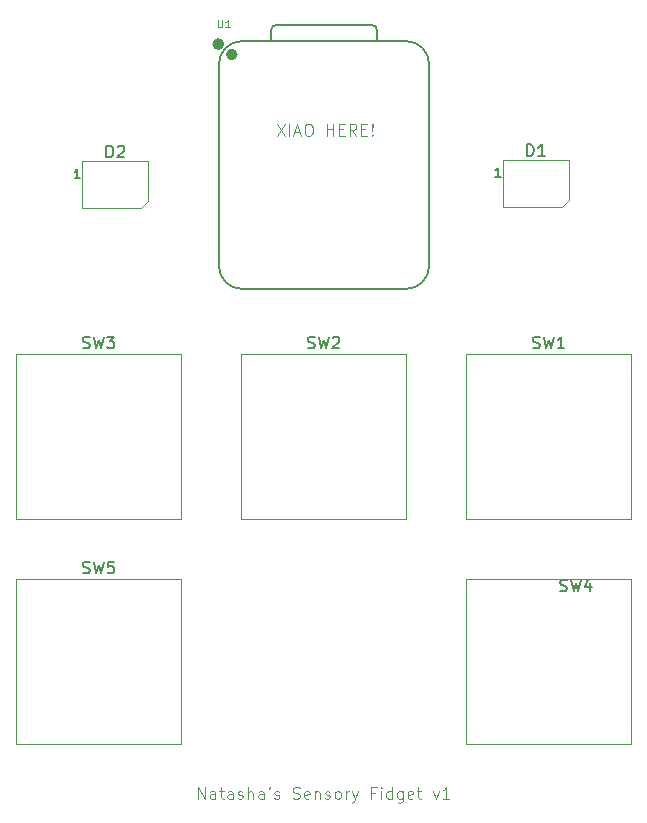
<source format=gbr>
%TF.GenerationSoftware,KiCad,Pcbnew,9.0.2*%
%TF.CreationDate,2025-07-03T17:25:43-07:00*%
%TF.ProjectId,new_proj,6e65775f-7072-46f6-9a2e-6b696361645f,rev?*%
%TF.SameCoordinates,Original*%
%TF.FileFunction,Legend,Top*%
%TF.FilePolarity,Positive*%
%FSLAX46Y46*%
G04 Gerber Fmt 4.6, Leading zero omitted, Abs format (unit mm)*
G04 Created by KiCad (PCBNEW 9.0.2) date 2025-07-03 17:25:43*
%MOMM*%
%LPD*%
G01*
G04 APERTURE LIST*
%ADD10C,0.100000*%
%ADD11C,0.150000*%
%ADD12C,0.101600*%
%ADD13C,0.120000*%
%ADD14C,0.127000*%
%ADD15C,0.504000*%
G04 APERTURE END LIST*
D10*
X70908646Y-36972419D02*
X71575312Y-37972419D01*
X71575312Y-36972419D02*
X70908646Y-37972419D01*
X71956265Y-37972419D02*
X71956265Y-36972419D01*
X72384836Y-37686704D02*
X72861026Y-37686704D01*
X72289598Y-37972419D02*
X72622931Y-36972419D01*
X72622931Y-36972419D02*
X72956264Y-37972419D01*
X73480074Y-36972419D02*
X73670550Y-36972419D01*
X73670550Y-36972419D02*
X73765788Y-37020038D01*
X73765788Y-37020038D02*
X73861026Y-37115276D01*
X73861026Y-37115276D02*
X73908645Y-37305752D01*
X73908645Y-37305752D02*
X73908645Y-37639085D01*
X73908645Y-37639085D02*
X73861026Y-37829561D01*
X73861026Y-37829561D02*
X73765788Y-37924800D01*
X73765788Y-37924800D02*
X73670550Y-37972419D01*
X73670550Y-37972419D02*
X73480074Y-37972419D01*
X73480074Y-37972419D02*
X73384836Y-37924800D01*
X73384836Y-37924800D02*
X73289598Y-37829561D01*
X73289598Y-37829561D02*
X73241979Y-37639085D01*
X73241979Y-37639085D02*
X73241979Y-37305752D01*
X73241979Y-37305752D02*
X73289598Y-37115276D01*
X73289598Y-37115276D02*
X73384836Y-37020038D01*
X73384836Y-37020038D02*
X73480074Y-36972419D01*
X75099122Y-37972419D02*
X75099122Y-36972419D01*
X75099122Y-37448609D02*
X75670550Y-37448609D01*
X75670550Y-37972419D02*
X75670550Y-36972419D01*
X76146741Y-37448609D02*
X76480074Y-37448609D01*
X76622931Y-37972419D02*
X76146741Y-37972419D01*
X76146741Y-37972419D02*
X76146741Y-36972419D01*
X76146741Y-36972419D02*
X76622931Y-36972419D01*
X77622931Y-37972419D02*
X77289598Y-37496228D01*
X77051503Y-37972419D02*
X77051503Y-36972419D01*
X77051503Y-36972419D02*
X77432455Y-36972419D01*
X77432455Y-36972419D02*
X77527693Y-37020038D01*
X77527693Y-37020038D02*
X77575312Y-37067657D01*
X77575312Y-37067657D02*
X77622931Y-37162895D01*
X77622931Y-37162895D02*
X77622931Y-37305752D01*
X77622931Y-37305752D02*
X77575312Y-37400990D01*
X77575312Y-37400990D02*
X77527693Y-37448609D01*
X77527693Y-37448609D02*
X77432455Y-37496228D01*
X77432455Y-37496228D02*
X77051503Y-37496228D01*
X78051503Y-37448609D02*
X78384836Y-37448609D01*
X78527693Y-37972419D02*
X78051503Y-37972419D01*
X78051503Y-37972419D02*
X78051503Y-36972419D01*
X78051503Y-36972419D02*
X78527693Y-36972419D01*
X78956265Y-37877180D02*
X79003884Y-37924800D01*
X79003884Y-37924800D02*
X78956265Y-37972419D01*
X78956265Y-37972419D02*
X78908646Y-37924800D01*
X78908646Y-37924800D02*
X78956265Y-37877180D01*
X78956265Y-37877180D02*
X78956265Y-37972419D01*
X78956265Y-37591466D02*
X78908646Y-37020038D01*
X78908646Y-37020038D02*
X78956265Y-36972419D01*
X78956265Y-36972419D02*
X79003884Y-37020038D01*
X79003884Y-37020038D02*
X78956265Y-37591466D01*
X78956265Y-37591466D02*
X78956265Y-36972419D01*
X64203884Y-94122419D02*
X64203884Y-93122419D01*
X64203884Y-93122419D02*
X64775312Y-94122419D01*
X64775312Y-94122419D02*
X64775312Y-93122419D01*
X65680074Y-94122419D02*
X65680074Y-93598609D01*
X65680074Y-93598609D02*
X65632455Y-93503371D01*
X65632455Y-93503371D02*
X65537217Y-93455752D01*
X65537217Y-93455752D02*
X65346741Y-93455752D01*
X65346741Y-93455752D02*
X65251503Y-93503371D01*
X65680074Y-94074800D02*
X65584836Y-94122419D01*
X65584836Y-94122419D02*
X65346741Y-94122419D01*
X65346741Y-94122419D02*
X65251503Y-94074800D01*
X65251503Y-94074800D02*
X65203884Y-93979561D01*
X65203884Y-93979561D02*
X65203884Y-93884323D01*
X65203884Y-93884323D02*
X65251503Y-93789085D01*
X65251503Y-93789085D02*
X65346741Y-93741466D01*
X65346741Y-93741466D02*
X65584836Y-93741466D01*
X65584836Y-93741466D02*
X65680074Y-93693847D01*
X66013408Y-93455752D02*
X66394360Y-93455752D01*
X66156265Y-93122419D02*
X66156265Y-93979561D01*
X66156265Y-93979561D02*
X66203884Y-94074800D01*
X66203884Y-94074800D02*
X66299122Y-94122419D01*
X66299122Y-94122419D02*
X66394360Y-94122419D01*
X67156265Y-94122419D02*
X67156265Y-93598609D01*
X67156265Y-93598609D02*
X67108646Y-93503371D01*
X67108646Y-93503371D02*
X67013408Y-93455752D01*
X67013408Y-93455752D02*
X66822932Y-93455752D01*
X66822932Y-93455752D02*
X66727694Y-93503371D01*
X67156265Y-94074800D02*
X67061027Y-94122419D01*
X67061027Y-94122419D02*
X66822932Y-94122419D01*
X66822932Y-94122419D02*
X66727694Y-94074800D01*
X66727694Y-94074800D02*
X66680075Y-93979561D01*
X66680075Y-93979561D02*
X66680075Y-93884323D01*
X66680075Y-93884323D02*
X66727694Y-93789085D01*
X66727694Y-93789085D02*
X66822932Y-93741466D01*
X66822932Y-93741466D02*
X67061027Y-93741466D01*
X67061027Y-93741466D02*
X67156265Y-93693847D01*
X67584837Y-94074800D02*
X67680075Y-94122419D01*
X67680075Y-94122419D02*
X67870551Y-94122419D01*
X67870551Y-94122419D02*
X67965789Y-94074800D01*
X67965789Y-94074800D02*
X68013408Y-93979561D01*
X68013408Y-93979561D02*
X68013408Y-93931942D01*
X68013408Y-93931942D02*
X67965789Y-93836704D01*
X67965789Y-93836704D02*
X67870551Y-93789085D01*
X67870551Y-93789085D02*
X67727694Y-93789085D01*
X67727694Y-93789085D02*
X67632456Y-93741466D01*
X67632456Y-93741466D02*
X67584837Y-93646228D01*
X67584837Y-93646228D02*
X67584837Y-93598609D01*
X67584837Y-93598609D02*
X67632456Y-93503371D01*
X67632456Y-93503371D02*
X67727694Y-93455752D01*
X67727694Y-93455752D02*
X67870551Y-93455752D01*
X67870551Y-93455752D02*
X67965789Y-93503371D01*
X68441980Y-94122419D02*
X68441980Y-93122419D01*
X68870551Y-94122419D02*
X68870551Y-93598609D01*
X68870551Y-93598609D02*
X68822932Y-93503371D01*
X68822932Y-93503371D02*
X68727694Y-93455752D01*
X68727694Y-93455752D02*
X68584837Y-93455752D01*
X68584837Y-93455752D02*
X68489599Y-93503371D01*
X68489599Y-93503371D02*
X68441980Y-93550990D01*
X69775313Y-94122419D02*
X69775313Y-93598609D01*
X69775313Y-93598609D02*
X69727694Y-93503371D01*
X69727694Y-93503371D02*
X69632456Y-93455752D01*
X69632456Y-93455752D02*
X69441980Y-93455752D01*
X69441980Y-93455752D02*
X69346742Y-93503371D01*
X69775313Y-94074800D02*
X69680075Y-94122419D01*
X69680075Y-94122419D02*
X69441980Y-94122419D01*
X69441980Y-94122419D02*
X69346742Y-94074800D01*
X69346742Y-94074800D02*
X69299123Y-93979561D01*
X69299123Y-93979561D02*
X69299123Y-93884323D01*
X69299123Y-93884323D02*
X69346742Y-93789085D01*
X69346742Y-93789085D02*
X69441980Y-93741466D01*
X69441980Y-93741466D02*
X69680075Y-93741466D01*
X69680075Y-93741466D02*
X69775313Y-93693847D01*
X70299123Y-93122419D02*
X70203885Y-93312895D01*
X70680075Y-94074800D02*
X70775313Y-94122419D01*
X70775313Y-94122419D02*
X70965789Y-94122419D01*
X70965789Y-94122419D02*
X71061027Y-94074800D01*
X71061027Y-94074800D02*
X71108646Y-93979561D01*
X71108646Y-93979561D02*
X71108646Y-93931942D01*
X71108646Y-93931942D02*
X71061027Y-93836704D01*
X71061027Y-93836704D02*
X70965789Y-93789085D01*
X70965789Y-93789085D02*
X70822932Y-93789085D01*
X70822932Y-93789085D02*
X70727694Y-93741466D01*
X70727694Y-93741466D02*
X70680075Y-93646228D01*
X70680075Y-93646228D02*
X70680075Y-93598609D01*
X70680075Y-93598609D02*
X70727694Y-93503371D01*
X70727694Y-93503371D02*
X70822932Y-93455752D01*
X70822932Y-93455752D02*
X70965789Y-93455752D01*
X70965789Y-93455752D02*
X71061027Y-93503371D01*
X72251504Y-94074800D02*
X72394361Y-94122419D01*
X72394361Y-94122419D02*
X72632456Y-94122419D01*
X72632456Y-94122419D02*
X72727694Y-94074800D01*
X72727694Y-94074800D02*
X72775313Y-94027180D01*
X72775313Y-94027180D02*
X72822932Y-93931942D01*
X72822932Y-93931942D02*
X72822932Y-93836704D01*
X72822932Y-93836704D02*
X72775313Y-93741466D01*
X72775313Y-93741466D02*
X72727694Y-93693847D01*
X72727694Y-93693847D02*
X72632456Y-93646228D01*
X72632456Y-93646228D02*
X72441980Y-93598609D01*
X72441980Y-93598609D02*
X72346742Y-93550990D01*
X72346742Y-93550990D02*
X72299123Y-93503371D01*
X72299123Y-93503371D02*
X72251504Y-93408133D01*
X72251504Y-93408133D02*
X72251504Y-93312895D01*
X72251504Y-93312895D02*
X72299123Y-93217657D01*
X72299123Y-93217657D02*
X72346742Y-93170038D01*
X72346742Y-93170038D02*
X72441980Y-93122419D01*
X72441980Y-93122419D02*
X72680075Y-93122419D01*
X72680075Y-93122419D02*
X72822932Y-93170038D01*
X73632456Y-94074800D02*
X73537218Y-94122419D01*
X73537218Y-94122419D02*
X73346742Y-94122419D01*
X73346742Y-94122419D02*
X73251504Y-94074800D01*
X73251504Y-94074800D02*
X73203885Y-93979561D01*
X73203885Y-93979561D02*
X73203885Y-93598609D01*
X73203885Y-93598609D02*
X73251504Y-93503371D01*
X73251504Y-93503371D02*
X73346742Y-93455752D01*
X73346742Y-93455752D02*
X73537218Y-93455752D01*
X73537218Y-93455752D02*
X73632456Y-93503371D01*
X73632456Y-93503371D02*
X73680075Y-93598609D01*
X73680075Y-93598609D02*
X73680075Y-93693847D01*
X73680075Y-93693847D02*
X73203885Y-93789085D01*
X74108647Y-93455752D02*
X74108647Y-94122419D01*
X74108647Y-93550990D02*
X74156266Y-93503371D01*
X74156266Y-93503371D02*
X74251504Y-93455752D01*
X74251504Y-93455752D02*
X74394361Y-93455752D01*
X74394361Y-93455752D02*
X74489599Y-93503371D01*
X74489599Y-93503371D02*
X74537218Y-93598609D01*
X74537218Y-93598609D02*
X74537218Y-94122419D01*
X74965790Y-94074800D02*
X75061028Y-94122419D01*
X75061028Y-94122419D02*
X75251504Y-94122419D01*
X75251504Y-94122419D02*
X75346742Y-94074800D01*
X75346742Y-94074800D02*
X75394361Y-93979561D01*
X75394361Y-93979561D02*
X75394361Y-93931942D01*
X75394361Y-93931942D02*
X75346742Y-93836704D01*
X75346742Y-93836704D02*
X75251504Y-93789085D01*
X75251504Y-93789085D02*
X75108647Y-93789085D01*
X75108647Y-93789085D02*
X75013409Y-93741466D01*
X75013409Y-93741466D02*
X74965790Y-93646228D01*
X74965790Y-93646228D02*
X74965790Y-93598609D01*
X74965790Y-93598609D02*
X75013409Y-93503371D01*
X75013409Y-93503371D02*
X75108647Y-93455752D01*
X75108647Y-93455752D02*
X75251504Y-93455752D01*
X75251504Y-93455752D02*
X75346742Y-93503371D01*
X75965790Y-94122419D02*
X75870552Y-94074800D01*
X75870552Y-94074800D02*
X75822933Y-94027180D01*
X75822933Y-94027180D02*
X75775314Y-93931942D01*
X75775314Y-93931942D02*
X75775314Y-93646228D01*
X75775314Y-93646228D02*
X75822933Y-93550990D01*
X75822933Y-93550990D02*
X75870552Y-93503371D01*
X75870552Y-93503371D02*
X75965790Y-93455752D01*
X75965790Y-93455752D02*
X76108647Y-93455752D01*
X76108647Y-93455752D02*
X76203885Y-93503371D01*
X76203885Y-93503371D02*
X76251504Y-93550990D01*
X76251504Y-93550990D02*
X76299123Y-93646228D01*
X76299123Y-93646228D02*
X76299123Y-93931942D01*
X76299123Y-93931942D02*
X76251504Y-94027180D01*
X76251504Y-94027180D02*
X76203885Y-94074800D01*
X76203885Y-94074800D02*
X76108647Y-94122419D01*
X76108647Y-94122419D02*
X75965790Y-94122419D01*
X76727695Y-94122419D02*
X76727695Y-93455752D01*
X76727695Y-93646228D02*
X76775314Y-93550990D01*
X76775314Y-93550990D02*
X76822933Y-93503371D01*
X76822933Y-93503371D02*
X76918171Y-93455752D01*
X76918171Y-93455752D02*
X77013409Y-93455752D01*
X77251505Y-93455752D02*
X77489600Y-94122419D01*
X77727695Y-93455752D02*
X77489600Y-94122419D01*
X77489600Y-94122419D02*
X77394362Y-94360514D01*
X77394362Y-94360514D02*
X77346743Y-94408133D01*
X77346743Y-94408133D02*
X77251505Y-94455752D01*
X79203886Y-93598609D02*
X78870553Y-93598609D01*
X78870553Y-94122419D02*
X78870553Y-93122419D01*
X78870553Y-93122419D02*
X79346743Y-93122419D01*
X79727696Y-94122419D02*
X79727696Y-93455752D01*
X79727696Y-93122419D02*
X79680077Y-93170038D01*
X79680077Y-93170038D02*
X79727696Y-93217657D01*
X79727696Y-93217657D02*
X79775315Y-93170038D01*
X79775315Y-93170038D02*
X79727696Y-93122419D01*
X79727696Y-93122419D02*
X79727696Y-93217657D01*
X80632457Y-94122419D02*
X80632457Y-93122419D01*
X80632457Y-94074800D02*
X80537219Y-94122419D01*
X80537219Y-94122419D02*
X80346743Y-94122419D01*
X80346743Y-94122419D02*
X80251505Y-94074800D01*
X80251505Y-94074800D02*
X80203886Y-94027180D01*
X80203886Y-94027180D02*
X80156267Y-93931942D01*
X80156267Y-93931942D02*
X80156267Y-93646228D01*
X80156267Y-93646228D02*
X80203886Y-93550990D01*
X80203886Y-93550990D02*
X80251505Y-93503371D01*
X80251505Y-93503371D02*
X80346743Y-93455752D01*
X80346743Y-93455752D02*
X80537219Y-93455752D01*
X80537219Y-93455752D02*
X80632457Y-93503371D01*
X81537219Y-93455752D02*
X81537219Y-94265276D01*
X81537219Y-94265276D02*
X81489600Y-94360514D01*
X81489600Y-94360514D02*
X81441981Y-94408133D01*
X81441981Y-94408133D02*
X81346743Y-94455752D01*
X81346743Y-94455752D02*
X81203886Y-94455752D01*
X81203886Y-94455752D02*
X81108648Y-94408133D01*
X81537219Y-94074800D02*
X81441981Y-94122419D01*
X81441981Y-94122419D02*
X81251505Y-94122419D01*
X81251505Y-94122419D02*
X81156267Y-94074800D01*
X81156267Y-94074800D02*
X81108648Y-94027180D01*
X81108648Y-94027180D02*
X81061029Y-93931942D01*
X81061029Y-93931942D02*
X81061029Y-93646228D01*
X81061029Y-93646228D02*
X81108648Y-93550990D01*
X81108648Y-93550990D02*
X81156267Y-93503371D01*
X81156267Y-93503371D02*
X81251505Y-93455752D01*
X81251505Y-93455752D02*
X81441981Y-93455752D01*
X81441981Y-93455752D02*
X81537219Y-93503371D01*
X82394362Y-94074800D02*
X82299124Y-94122419D01*
X82299124Y-94122419D02*
X82108648Y-94122419D01*
X82108648Y-94122419D02*
X82013410Y-94074800D01*
X82013410Y-94074800D02*
X81965791Y-93979561D01*
X81965791Y-93979561D02*
X81965791Y-93598609D01*
X81965791Y-93598609D02*
X82013410Y-93503371D01*
X82013410Y-93503371D02*
X82108648Y-93455752D01*
X82108648Y-93455752D02*
X82299124Y-93455752D01*
X82299124Y-93455752D02*
X82394362Y-93503371D01*
X82394362Y-93503371D02*
X82441981Y-93598609D01*
X82441981Y-93598609D02*
X82441981Y-93693847D01*
X82441981Y-93693847D02*
X81965791Y-93789085D01*
X82727696Y-93455752D02*
X83108648Y-93455752D01*
X82870553Y-93122419D02*
X82870553Y-93979561D01*
X82870553Y-93979561D02*
X82918172Y-94074800D01*
X82918172Y-94074800D02*
X83013410Y-94122419D01*
X83013410Y-94122419D02*
X83108648Y-94122419D01*
X84108649Y-93455752D02*
X84346744Y-94122419D01*
X84346744Y-94122419D02*
X84584839Y-93455752D01*
X85489601Y-94122419D02*
X84918173Y-94122419D01*
X85203887Y-94122419D02*
X85203887Y-93122419D01*
X85203887Y-93122419D02*
X85108649Y-93265276D01*
X85108649Y-93265276D02*
X85013411Y-93360514D01*
X85013411Y-93360514D02*
X84918173Y-93408133D01*
D11*
X92566667Y-55933200D02*
X92709524Y-55980819D01*
X92709524Y-55980819D02*
X92947619Y-55980819D01*
X92947619Y-55980819D02*
X93042857Y-55933200D01*
X93042857Y-55933200D02*
X93090476Y-55885580D01*
X93090476Y-55885580D02*
X93138095Y-55790342D01*
X93138095Y-55790342D02*
X93138095Y-55695104D01*
X93138095Y-55695104D02*
X93090476Y-55599866D01*
X93090476Y-55599866D02*
X93042857Y-55552247D01*
X93042857Y-55552247D02*
X92947619Y-55504628D01*
X92947619Y-55504628D02*
X92757143Y-55457009D01*
X92757143Y-55457009D02*
X92661905Y-55409390D01*
X92661905Y-55409390D02*
X92614286Y-55361771D01*
X92614286Y-55361771D02*
X92566667Y-55266533D01*
X92566667Y-55266533D02*
X92566667Y-55171295D01*
X92566667Y-55171295D02*
X92614286Y-55076057D01*
X92614286Y-55076057D02*
X92661905Y-55028438D01*
X92661905Y-55028438D02*
X92757143Y-54980819D01*
X92757143Y-54980819D02*
X92995238Y-54980819D01*
X92995238Y-54980819D02*
X93138095Y-55028438D01*
X93471429Y-54980819D02*
X93709524Y-55980819D01*
X93709524Y-55980819D02*
X93900000Y-55266533D01*
X93900000Y-55266533D02*
X94090476Y-55980819D01*
X94090476Y-55980819D02*
X94328572Y-54980819D01*
X95233333Y-55980819D02*
X94661905Y-55980819D01*
X94947619Y-55980819D02*
X94947619Y-54980819D01*
X94947619Y-54980819D02*
X94852381Y-55123676D01*
X94852381Y-55123676D02*
X94757143Y-55218914D01*
X94757143Y-55218914D02*
X94661905Y-55266533D01*
X92061905Y-39704819D02*
X92061905Y-38704819D01*
X92061905Y-38704819D02*
X92300000Y-38704819D01*
X92300000Y-38704819D02*
X92442857Y-38752438D01*
X92442857Y-38752438D02*
X92538095Y-38847676D01*
X92538095Y-38847676D02*
X92585714Y-38942914D01*
X92585714Y-38942914D02*
X92633333Y-39133390D01*
X92633333Y-39133390D02*
X92633333Y-39276247D01*
X92633333Y-39276247D02*
X92585714Y-39466723D01*
X92585714Y-39466723D02*
X92538095Y-39561961D01*
X92538095Y-39561961D02*
X92442857Y-39657200D01*
X92442857Y-39657200D02*
X92300000Y-39704819D01*
X92300000Y-39704819D02*
X92061905Y-39704819D01*
X93585714Y-39704819D02*
X93014286Y-39704819D01*
X93300000Y-39704819D02*
X93300000Y-38704819D01*
X93300000Y-38704819D02*
X93204762Y-38847676D01*
X93204762Y-38847676D02*
X93109524Y-38942914D01*
X93109524Y-38942914D02*
X93014286Y-38990533D01*
X89828571Y-41487295D02*
X89371428Y-41487295D01*
X89600000Y-41487295D02*
X89600000Y-40687295D01*
X89600000Y-40687295D02*
X89523809Y-40801580D01*
X89523809Y-40801580D02*
X89447619Y-40877771D01*
X89447619Y-40877771D02*
X89371428Y-40915866D01*
X56461905Y-39804819D02*
X56461905Y-38804819D01*
X56461905Y-38804819D02*
X56700000Y-38804819D01*
X56700000Y-38804819D02*
X56842857Y-38852438D01*
X56842857Y-38852438D02*
X56938095Y-38947676D01*
X56938095Y-38947676D02*
X56985714Y-39042914D01*
X56985714Y-39042914D02*
X57033333Y-39233390D01*
X57033333Y-39233390D02*
X57033333Y-39376247D01*
X57033333Y-39376247D02*
X56985714Y-39566723D01*
X56985714Y-39566723D02*
X56938095Y-39661961D01*
X56938095Y-39661961D02*
X56842857Y-39757200D01*
X56842857Y-39757200D02*
X56700000Y-39804819D01*
X56700000Y-39804819D02*
X56461905Y-39804819D01*
X57414286Y-38900057D02*
X57461905Y-38852438D01*
X57461905Y-38852438D02*
X57557143Y-38804819D01*
X57557143Y-38804819D02*
X57795238Y-38804819D01*
X57795238Y-38804819D02*
X57890476Y-38852438D01*
X57890476Y-38852438D02*
X57938095Y-38900057D01*
X57938095Y-38900057D02*
X57985714Y-38995295D01*
X57985714Y-38995295D02*
X57985714Y-39090533D01*
X57985714Y-39090533D02*
X57938095Y-39233390D01*
X57938095Y-39233390D02*
X57366667Y-39804819D01*
X57366667Y-39804819D02*
X57985714Y-39804819D01*
X54228571Y-41587295D02*
X53771428Y-41587295D01*
X54000000Y-41587295D02*
X54000000Y-40787295D01*
X54000000Y-40787295D02*
X53923809Y-40901580D01*
X53923809Y-40901580D02*
X53847619Y-40977771D01*
X53847619Y-40977771D02*
X53771428Y-41015866D01*
X54466667Y-74983200D02*
X54609524Y-75030819D01*
X54609524Y-75030819D02*
X54847619Y-75030819D01*
X54847619Y-75030819D02*
X54942857Y-74983200D01*
X54942857Y-74983200D02*
X54990476Y-74935580D01*
X54990476Y-74935580D02*
X55038095Y-74840342D01*
X55038095Y-74840342D02*
X55038095Y-74745104D01*
X55038095Y-74745104D02*
X54990476Y-74649866D01*
X54990476Y-74649866D02*
X54942857Y-74602247D01*
X54942857Y-74602247D02*
X54847619Y-74554628D01*
X54847619Y-74554628D02*
X54657143Y-74507009D01*
X54657143Y-74507009D02*
X54561905Y-74459390D01*
X54561905Y-74459390D02*
X54514286Y-74411771D01*
X54514286Y-74411771D02*
X54466667Y-74316533D01*
X54466667Y-74316533D02*
X54466667Y-74221295D01*
X54466667Y-74221295D02*
X54514286Y-74126057D01*
X54514286Y-74126057D02*
X54561905Y-74078438D01*
X54561905Y-74078438D02*
X54657143Y-74030819D01*
X54657143Y-74030819D02*
X54895238Y-74030819D01*
X54895238Y-74030819D02*
X55038095Y-74078438D01*
X55371429Y-74030819D02*
X55609524Y-75030819D01*
X55609524Y-75030819D02*
X55800000Y-74316533D01*
X55800000Y-74316533D02*
X55990476Y-75030819D01*
X55990476Y-75030819D02*
X56228572Y-74030819D01*
X57085714Y-74030819D02*
X56609524Y-74030819D01*
X56609524Y-74030819D02*
X56561905Y-74507009D01*
X56561905Y-74507009D02*
X56609524Y-74459390D01*
X56609524Y-74459390D02*
X56704762Y-74411771D01*
X56704762Y-74411771D02*
X56942857Y-74411771D01*
X56942857Y-74411771D02*
X57038095Y-74459390D01*
X57038095Y-74459390D02*
X57085714Y-74507009D01*
X57085714Y-74507009D02*
X57133333Y-74602247D01*
X57133333Y-74602247D02*
X57133333Y-74840342D01*
X57133333Y-74840342D02*
X57085714Y-74935580D01*
X57085714Y-74935580D02*
X57038095Y-74983200D01*
X57038095Y-74983200D02*
X56942857Y-75030819D01*
X56942857Y-75030819D02*
X56704762Y-75030819D01*
X56704762Y-75030819D02*
X56609524Y-74983200D01*
X56609524Y-74983200D02*
X56561905Y-74935580D01*
X94865417Y-76503450D02*
X95008274Y-76551069D01*
X95008274Y-76551069D02*
X95246369Y-76551069D01*
X95246369Y-76551069D02*
X95341607Y-76503450D01*
X95341607Y-76503450D02*
X95389226Y-76455830D01*
X95389226Y-76455830D02*
X95436845Y-76360592D01*
X95436845Y-76360592D02*
X95436845Y-76265354D01*
X95436845Y-76265354D02*
X95389226Y-76170116D01*
X95389226Y-76170116D02*
X95341607Y-76122497D01*
X95341607Y-76122497D02*
X95246369Y-76074878D01*
X95246369Y-76074878D02*
X95055893Y-76027259D01*
X95055893Y-76027259D02*
X94960655Y-75979640D01*
X94960655Y-75979640D02*
X94913036Y-75932021D01*
X94913036Y-75932021D02*
X94865417Y-75836783D01*
X94865417Y-75836783D02*
X94865417Y-75741545D01*
X94865417Y-75741545D02*
X94913036Y-75646307D01*
X94913036Y-75646307D02*
X94960655Y-75598688D01*
X94960655Y-75598688D02*
X95055893Y-75551069D01*
X95055893Y-75551069D02*
X95293988Y-75551069D01*
X95293988Y-75551069D02*
X95436845Y-75598688D01*
X95770179Y-75551069D02*
X96008274Y-76551069D01*
X96008274Y-76551069D02*
X96198750Y-75836783D01*
X96198750Y-75836783D02*
X96389226Y-76551069D01*
X96389226Y-76551069D02*
X96627322Y-75551069D01*
X97436845Y-75884402D02*
X97436845Y-76551069D01*
X97198750Y-75503450D02*
X96960655Y-76217735D01*
X96960655Y-76217735D02*
X97579702Y-76217735D01*
X54466667Y-55933200D02*
X54609524Y-55980819D01*
X54609524Y-55980819D02*
X54847619Y-55980819D01*
X54847619Y-55980819D02*
X54942857Y-55933200D01*
X54942857Y-55933200D02*
X54990476Y-55885580D01*
X54990476Y-55885580D02*
X55038095Y-55790342D01*
X55038095Y-55790342D02*
X55038095Y-55695104D01*
X55038095Y-55695104D02*
X54990476Y-55599866D01*
X54990476Y-55599866D02*
X54942857Y-55552247D01*
X54942857Y-55552247D02*
X54847619Y-55504628D01*
X54847619Y-55504628D02*
X54657143Y-55457009D01*
X54657143Y-55457009D02*
X54561905Y-55409390D01*
X54561905Y-55409390D02*
X54514286Y-55361771D01*
X54514286Y-55361771D02*
X54466667Y-55266533D01*
X54466667Y-55266533D02*
X54466667Y-55171295D01*
X54466667Y-55171295D02*
X54514286Y-55076057D01*
X54514286Y-55076057D02*
X54561905Y-55028438D01*
X54561905Y-55028438D02*
X54657143Y-54980819D01*
X54657143Y-54980819D02*
X54895238Y-54980819D01*
X54895238Y-54980819D02*
X55038095Y-55028438D01*
X55371429Y-54980819D02*
X55609524Y-55980819D01*
X55609524Y-55980819D02*
X55800000Y-55266533D01*
X55800000Y-55266533D02*
X55990476Y-55980819D01*
X55990476Y-55980819D02*
X56228572Y-54980819D01*
X56514286Y-54980819D02*
X57133333Y-54980819D01*
X57133333Y-54980819D02*
X56800000Y-55361771D01*
X56800000Y-55361771D02*
X56942857Y-55361771D01*
X56942857Y-55361771D02*
X57038095Y-55409390D01*
X57038095Y-55409390D02*
X57085714Y-55457009D01*
X57085714Y-55457009D02*
X57133333Y-55552247D01*
X57133333Y-55552247D02*
X57133333Y-55790342D01*
X57133333Y-55790342D02*
X57085714Y-55885580D01*
X57085714Y-55885580D02*
X57038095Y-55933200D01*
X57038095Y-55933200D02*
X56942857Y-55980819D01*
X56942857Y-55980819D02*
X56657143Y-55980819D01*
X56657143Y-55980819D02*
X56561905Y-55933200D01*
X56561905Y-55933200D02*
X56514286Y-55885580D01*
X73516667Y-55933200D02*
X73659524Y-55980819D01*
X73659524Y-55980819D02*
X73897619Y-55980819D01*
X73897619Y-55980819D02*
X73992857Y-55933200D01*
X73992857Y-55933200D02*
X74040476Y-55885580D01*
X74040476Y-55885580D02*
X74088095Y-55790342D01*
X74088095Y-55790342D02*
X74088095Y-55695104D01*
X74088095Y-55695104D02*
X74040476Y-55599866D01*
X74040476Y-55599866D02*
X73992857Y-55552247D01*
X73992857Y-55552247D02*
X73897619Y-55504628D01*
X73897619Y-55504628D02*
X73707143Y-55457009D01*
X73707143Y-55457009D02*
X73611905Y-55409390D01*
X73611905Y-55409390D02*
X73564286Y-55361771D01*
X73564286Y-55361771D02*
X73516667Y-55266533D01*
X73516667Y-55266533D02*
X73516667Y-55171295D01*
X73516667Y-55171295D02*
X73564286Y-55076057D01*
X73564286Y-55076057D02*
X73611905Y-55028438D01*
X73611905Y-55028438D02*
X73707143Y-54980819D01*
X73707143Y-54980819D02*
X73945238Y-54980819D01*
X73945238Y-54980819D02*
X74088095Y-55028438D01*
X74421429Y-54980819D02*
X74659524Y-55980819D01*
X74659524Y-55980819D02*
X74850000Y-55266533D01*
X74850000Y-55266533D02*
X75040476Y-55980819D01*
X75040476Y-55980819D02*
X75278572Y-54980819D01*
X75611905Y-55076057D02*
X75659524Y-55028438D01*
X75659524Y-55028438D02*
X75754762Y-54980819D01*
X75754762Y-54980819D02*
X75992857Y-54980819D01*
X75992857Y-54980819D02*
X76088095Y-55028438D01*
X76088095Y-55028438D02*
X76135714Y-55076057D01*
X76135714Y-55076057D02*
X76183333Y-55171295D01*
X76183333Y-55171295D02*
X76183333Y-55266533D01*
X76183333Y-55266533D02*
X76135714Y-55409390D01*
X76135714Y-55409390D02*
X75564286Y-55980819D01*
X75564286Y-55980819D02*
X76183333Y-55980819D01*
D12*
X65896190Y-28173479D02*
X65896190Y-28687526D01*
X65896190Y-28687526D02*
X65926428Y-28748002D01*
X65926428Y-28748002D02*
X65956666Y-28778241D01*
X65956666Y-28778241D02*
X66017142Y-28808479D01*
X66017142Y-28808479D02*
X66138095Y-28808479D01*
X66138095Y-28808479D02*
X66198571Y-28778241D01*
X66198571Y-28778241D02*
X66228809Y-28748002D01*
X66228809Y-28748002D02*
X66259047Y-28687526D01*
X66259047Y-28687526D02*
X66259047Y-28173479D01*
X66894047Y-28808479D02*
X66531190Y-28808479D01*
X66712618Y-28808479D02*
X66712618Y-28173479D01*
X66712618Y-28173479D02*
X66652142Y-28264193D01*
X66652142Y-28264193D02*
X66591666Y-28324669D01*
X66591666Y-28324669D02*
X66531190Y-28354907D01*
D13*
%TO.C,SW1*%
X86915000Y-56415000D02*
X100885000Y-56415000D01*
X86915000Y-70385000D02*
X86915000Y-56415000D01*
X100885000Y-56415000D02*
X100885000Y-70385000D01*
X100885000Y-70385000D02*
X86915000Y-70385000D01*
%TO.C,D1*%
X90000000Y-40000000D02*
X90000000Y-44000000D01*
X90000000Y-40000000D02*
X95600000Y-40000000D01*
X90000000Y-44000000D02*
X95000000Y-44000000D01*
X95600000Y-43400000D02*
X95000000Y-44000000D01*
X95600000Y-43400000D02*
X95600000Y-40000000D01*
%TO.C,D2*%
X54400000Y-40100000D02*
X54400000Y-44100000D01*
X54400000Y-40100000D02*
X60000000Y-40100000D01*
X54400000Y-44100000D02*
X59400000Y-44100000D01*
X60000000Y-43500000D02*
X59400000Y-44100000D01*
X60000000Y-43500000D02*
X60000000Y-40100000D01*
%TO.C,SW5*%
X48815000Y-75465000D02*
X62785000Y-75465000D01*
X48815000Y-89435000D02*
X48815000Y-75465000D01*
X62785000Y-75465000D02*
X62785000Y-89435000D01*
X62785000Y-89435000D02*
X48815000Y-89435000D01*
%TO.C,SW4*%
X86915000Y-75465000D02*
X100885000Y-75465000D01*
X86915000Y-89435000D02*
X86915000Y-75465000D01*
X100885000Y-75465000D02*
X100885000Y-89435000D01*
X100885000Y-89435000D02*
X86915000Y-89435000D01*
%TO.C,SW3*%
X48815000Y-56415000D02*
X62785000Y-56415000D01*
X48815000Y-70385000D02*
X48815000Y-56415000D01*
X62785000Y-56415000D02*
X62785000Y-70385000D01*
X62785000Y-70385000D02*
X48815000Y-70385000D01*
%TO.C,SW2*%
X67865000Y-56415000D02*
X81835000Y-56415000D01*
X67865000Y-70385000D02*
X67865000Y-56415000D01*
X81835000Y-56415000D02*
X81835000Y-70385000D01*
X81835000Y-70385000D02*
X67865000Y-70385000D01*
D14*
%TO.C,U1*%
X65990000Y-49029000D02*
X65990000Y-31884000D01*
X67895000Y-50934000D02*
X81865000Y-50934000D01*
X70385000Y-29979000D02*
X70388728Y-29068728D01*
X70888728Y-28569000D02*
X78884000Y-28569000D01*
X79384000Y-29069000D02*
X79384000Y-29979000D01*
D10*
X81865000Y-29979000D02*
X67895000Y-29979000D01*
D14*
X81865000Y-29979000D02*
X67895000Y-29979000D01*
X83770000Y-49029000D02*
X83770000Y-31884000D01*
X65990000Y-31884000D02*
G75*
G02*
X67895000Y-29979000I1905001J-1D01*
G01*
X67895000Y-50934000D02*
G75*
G02*
X65990000Y-49029000I1J1905001D01*
G01*
X70388728Y-29068728D02*
G75*
G02*
X70888728Y-28569001I500018J-291D01*
G01*
X78884000Y-28569000D02*
G75*
G02*
X79384000Y-29069000I0J-500000D01*
G01*
X81865000Y-29979000D02*
G75*
G02*
X83770000Y-31884000I0J-1905000D01*
G01*
X83770000Y-49029000D02*
G75*
G02*
X81865000Y-50934000I-1905000J0D01*
G01*
D15*
X66182000Y-30220000D02*
G75*
G02*
X65678000Y-30220000I-252000J0D01*
G01*
X65678000Y-30220000D02*
G75*
G02*
X66182000Y-30220000I252000J0D01*
G01*
X67325000Y-31100000D02*
G75*
G02*
X66821000Y-31100000I-252000J0D01*
G01*
X66821000Y-31100000D02*
G75*
G02*
X67325000Y-31100000I252000J0D01*
G01*
%TD*%
M02*

</source>
